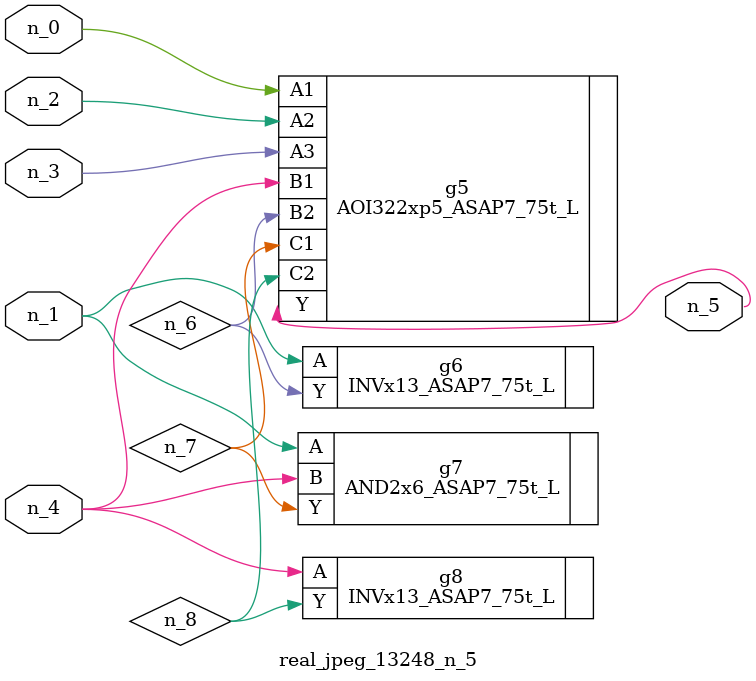
<source format=v>
module real_jpeg_13248_n_5 (n_4, n_0, n_1, n_2, n_3, n_5);

input n_4;
input n_0;
input n_1;
input n_2;
input n_3;

output n_5;

wire n_8;
wire n_6;
wire n_7;

AOI322xp5_ASAP7_75t_L g5 ( 
.A1(n_0),
.A2(n_2),
.A3(n_3),
.B1(n_4),
.B2(n_6),
.C1(n_7),
.C2(n_8),
.Y(n_5)
);

INVx13_ASAP7_75t_L g6 ( 
.A(n_1),
.Y(n_6)
);

AND2x6_ASAP7_75t_L g7 ( 
.A(n_1),
.B(n_4),
.Y(n_7)
);

INVx13_ASAP7_75t_L g8 ( 
.A(n_4),
.Y(n_8)
);


endmodule
</source>
